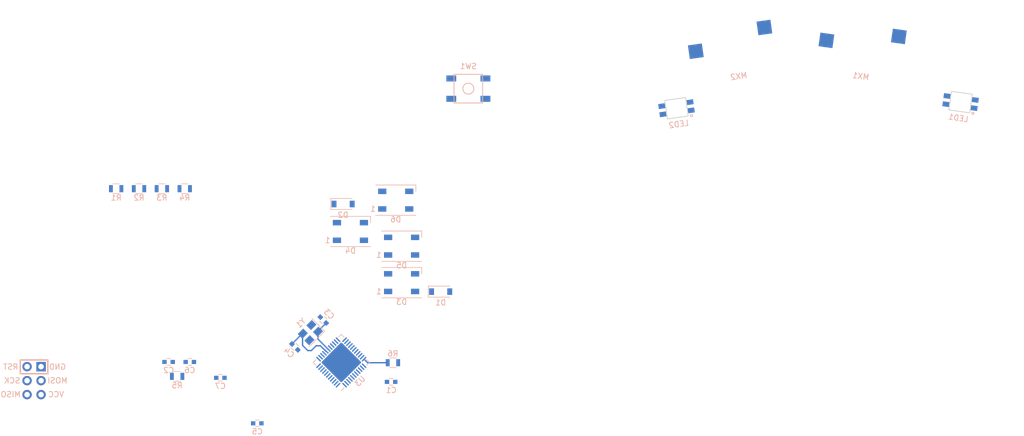
<source format=kicad_pcb>
(kicad_pcb (version 20171130) (host pcbnew "(5.1.5)-3")

  (general
    (thickness 1.6)
    (drawings 0)
    (tracks 15)
    (zones 0)
    (modules 27)
    (nets 55)
  )

  (page A4)
  (layers
    (0 F.Cu signal)
    (31 B.Cu signal)
    (32 B.Adhes user)
    (33 F.Adhes user)
    (34 B.Paste user)
    (35 F.Paste user)
    (36 B.SilkS user)
    (37 F.SilkS user)
    (38 B.Mask user)
    (39 F.Mask user)
    (40 Dwgs.User user)
    (41 Cmts.User user)
    (42 Eco1.User user)
    (43 Eco2.User user)
    (44 Edge.Cuts user)
    (45 Margin user)
    (46 B.CrtYd user)
    (47 F.CrtYd user)
    (48 B.Fab user)
    (49 F.Fab user)
  )

  (setup
    (last_trace_width 0.25)
    (trace_clearance 0.2)
    (zone_clearance 0.508)
    (zone_45_only no)
    (trace_min 0.2)
    (via_size 0.8)
    (via_drill 0.4)
    (via_min_size 0.4)
    (via_min_drill 0.3)
    (uvia_size 0.3)
    (uvia_drill 0.1)
    (uvias_allowed no)
    (uvia_min_size 0.2)
    (uvia_min_drill 0.1)
    (edge_width 0.05)
    (segment_width 0.2)
    (pcb_text_width 0.3)
    (pcb_text_size 1.5 1.5)
    (mod_edge_width 0.12)
    (mod_text_size 1 1)
    (mod_text_width 0.15)
    (pad_size 3.9878 3.9878)
    (pad_drill 3.9878)
    (pad_to_mask_clearance 0.051)
    (solder_mask_min_width 0.25)
    (aux_axis_origin 0 0)
    (visible_elements 7FFFFFFF)
    (pcbplotparams
      (layerselection 0x010fc_ffffffff)
      (usegerberextensions false)
      (usegerberattributes false)
      (usegerberadvancedattributes false)
      (creategerberjobfile false)
      (excludeedgelayer true)
      (linewidth 0.100000)
      (plotframeref false)
      (viasonmask false)
      (mode 1)
      (useauxorigin false)
      (hpglpennumber 1)
      (hpglpenspeed 20)
      (hpglpendiameter 15.000000)
      (psnegative false)
      (psa4output false)
      (plotreference true)
      (plotvalue true)
      (plotinvisibletext false)
      (padsonsilk false)
      (subtractmaskfromsilk false)
      (outputformat 1)
      (mirror false)
      (drillshape 1)
      (scaleselection 1)
      (outputdirectory ""))
  )

  (net 0 "")
  (net 1 Col0)
  (net 2 "Net-(D1-Pad2)")
  (net 3 "Net-(D2-Pad2)")
  (net 4 Col1)
  (net 5 Row0)
  (net 6 GND)
  (net 7 "Net-(D3-Pad2)")
  (net 8 "Net-(D3-Pad4)")
  (net 9 +5V)
  (net 10 "Net-(D4-Pad2)")
  (net 11 "Net-(LED1-Pad2)")
  (net 12 "Net-(LED1-Pad4)")
  (net 13 "Net-(LED1-Pad3)")
  (net 14 ColLed0)
  (net 15 ColLed1)
  (net 16 GroundRGB)
  (net 17 RowLed0)
  (net 18 RowLed1)
  (net 19 RowLed2)
  (net 20 "Net-(D5-Pad2)")
  (net 21 "Net-(U3-Pad42)")
  (net 22 "Net-(U3-Pad41)")
  (net 23 "Net-(U3-Pad40)")
  (net 24 "Net-(U3-Pad39)")
  (net 25 "Net-(U3-Pad38)")
  (net 26 "Net-(U3-Pad37)")
  (net 27 "Net-(U3-Pad36)")
  (net 28 "Net-(R6-Pad2)")
  (net 29 "Net-(U3-Pad32)")
  (net 30 "Net-(U3-Pad31)")
  (net 31 "Net-(U3-Pad30)")
  (net 32 "Net-(U3-Pad29)")
  (net 33 "Net-(U3-Pad28)")
  (net 34 "Net-(U3-Pad27)")
  (net 35 "Net-(U3-Pad26)")
  (net 36 "Net-(U3-Pad25)")
  (net 37 "Net-(U3-Pad22)")
  (net 38 "Net-(U3-Pad21)")
  (net 39 "Net-(U3-Pad20)")
  (net 40 "Net-(U3-Pad19)")
  (net 41 "Net-(U3-Pad18)")
  (net 42 "Net-(C3-Pad1)")
  (net 43 "Net-(C4-Pad1)")
  (net 44 "Net-(U3-Pad12)")
  (net 45 "Net-(U3-Pad11)")
  (net 46 "Net-(C7-Pad1)")
  (net 47 "Net-(U3-Pad4)")
  (net 48 "Net-(U3-Pad3)")
  (net 49 "Net-(U3-Pad1)")
  (net 50 RST)
  (net 51 /MOSI)
  (net 52 /SCK)
  (net 53 /MISO)
  (net 54 "Net-(D6-Pad2)")

  (net_class Default "This is the default net class."
    (clearance 0.2)
    (trace_width 0.25)
    (via_dia 0.8)
    (via_drill 0.4)
    (uvia_dia 0.3)
    (uvia_drill 0.1)
    (add_net /MISO)
    (add_net /MOSI)
    (add_net /SCK)
    (add_net Col0)
    (add_net Col1)
    (add_net ColLed0)
    (add_net ColLed1)
    (add_net GND)
    (add_net GroundRGB)
    (add_net "Net-(C3-Pad1)")
    (add_net "Net-(C4-Pad1)")
    (add_net "Net-(C7-Pad1)")
    (add_net "Net-(D1-Pad2)")
    (add_net "Net-(D2-Pad2)")
    (add_net "Net-(D3-Pad2)")
    (add_net "Net-(D3-Pad4)")
    (add_net "Net-(D4-Pad2)")
    (add_net "Net-(D5-Pad2)")
    (add_net "Net-(D6-Pad2)")
    (add_net "Net-(LED1-Pad2)")
    (add_net "Net-(LED1-Pad3)")
    (add_net "Net-(LED1-Pad4)")
    (add_net "Net-(R6-Pad2)")
    (add_net "Net-(U3-Pad1)")
    (add_net "Net-(U3-Pad11)")
    (add_net "Net-(U3-Pad12)")
    (add_net "Net-(U3-Pad18)")
    (add_net "Net-(U3-Pad19)")
    (add_net "Net-(U3-Pad20)")
    (add_net "Net-(U3-Pad21)")
    (add_net "Net-(U3-Pad22)")
    (add_net "Net-(U3-Pad25)")
    (add_net "Net-(U3-Pad26)")
    (add_net "Net-(U3-Pad27)")
    (add_net "Net-(U3-Pad28)")
    (add_net "Net-(U3-Pad29)")
    (add_net "Net-(U3-Pad3)")
    (add_net "Net-(U3-Pad30)")
    (add_net "Net-(U3-Pad31)")
    (add_net "Net-(U3-Pad32)")
    (add_net "Net-(U3-Pad36)")
    (add_net "Net-(U3-Pad37)")
    (add_net "Net-(U3-Pad38)")
    (add_net "Net-(U3-Pad39)")
    (add_net "Net-(U3-Pad4)")
    (add_net "Net-(U3-Pad40)")
    (add_net "Net-(U3-Pad41)")
    (add_net "Net-(U3-Pad42)")
    (add_net RST)
    (add_net Row0)
    (add_net RowLed0)
    (add_net RowLed1)
    (add_net RowLed2)
  )

  (net_class Power ""
    (clearance 0.2)
    (trace_width 0.38)
    (via_dia 0.8)
    (via_drill 0.4)
    (uvia_dia 0.3)
    (uvia_drill 0.1)
    (add_net +5V)
  )

  (module Package_DFN_QFN:QFN-44-1EP_7x7mm_P0.5mm_EP5.2x5.2mm (layer B.Cu) (tedit 5C26A111) (tstamp 5F68899B)
    (at 105.6386 194.9196 45)
    (descr "QFN, 44 Pin (http://ww1.microchip.com/downloads/en/DeviceDoc/2512S.pdf#page=17), generated with kicad-footprint-generator ipc_dfn_qfn_generator.py")
    (tags "QFN DFN_QFN")
    (path /5F6985EC)
    (attr smd)
    (fp_text reference U3 (at 0 4.82 45) (layer B.SilkS)
      (effects (font (size 1 1) (thickness 0.15)) (justify mirror))
    )
    (fp_text value ATmega32U4-MU (at 0 -4.82 45) (layer B.Fab)
      (effects (font (size 1 1) (thickness 0.15)) (justify mirror))
    )
    (fp_text user %R (at 0 0 45) (layer B.Fab)
      (effects (font (size 1 1) (thickness 0.15)) (justify mirror))
    )
    (fp_line (start 4.12 4.12) (end -4.12 4.12) (layer B.CrtYd) (width 0.05))
    (fp_line (start 4.12 -4.12) (end 4.12 4.12) (layer B.CrtYd) (width 0.05))
    (fp_line (start -4.12 -4.12) (end 4.12 -4.12) (layer B.CrtYd) (width 0.05))
    (fp_line (start -4.12 4.12) (end -4.12 -4.12) (layer B.CrtYd) (width 0.05))
    (fp_line (start -3.5 2.5) (end -2.5 3.5) (layer B.Fab) (width 0.1))
    (fp_line (start -3.5 -3.5) (end -3.5 2.5) (layer B.Fab) (width 0.1))
    (fp_line (start 3.5 -3.5) (end -3.5 -3.5) (layer B.Fab) (width 0.1))
    (fp_line (start 3.5 3.5) (end 3.5 -3.5) (layer B.Fab) (width 0.1))
    (fp_line (start -2.5 3.5) (end 3.5 3.5) (layer B.Fab) (width 0.1))
    (fp_line (start -2.885 3.61) (end -3.61 3.61) (layer B.SilkS) (width 0.12))
    (fp_line (start 3.61 -3.61) (end 3.61 -2.885) (layer B.SilkS) (width 0.12))
    (fp_line (start 2.885 -3.61) (end 3.61 -3.61) (layer B.SilkS) (width 0.12))
    (fp_line (start -3.61 -3.61) (end -3.61 -2.885) (layer B.SilkS) (width 0.12))
    (fp_line (start -2.885 -3.61) (end -3.61 -3.61) (layer B.SilkS) (width 0.12))
    (fp_line (start 3.61 3.61) (end 3.61 2.885) (layer B.SilkS) (width 0.12))
    (fp_line (start 2.885 3.61) (end 3.61 3.61) (layer B.SilkS) (width 0.12))
    (pad 44 smd roundrect (at -2.5 3.3375 45) (size 0.25 1.075) (layers B.Cu B.Paste B.Mask) (roundrect_rratio 0.25)
      (net 9 +5V))
    (pad 43 smd roundrect (at -2 3.3375 45) (size 0.25 1.075) (layers B.Cu B.Paste B.Mask) (roundrect_rratio 0.25)
      (net 6 GND))
    (pad 42 smd roundrect (at -1.5 3.3375 45) (size 0.25 1.075) (layers B.Cu B.Paste B.Mask) (roundrect_rratio 0.25)
      (net 21 "Net-(U3-Pad42)"))
    (pad 41 smd roundrect (at -1 3.3375 45) (size 0.25 1.075) (layers B.Cu B.Paste B.Mask) (roundrect_rratio 0.25)
      (net 22 "Net-(U3-Pad41)"))
    (pad 40 smd roundrect (at -0.5 3.3375 45) (size 0.25 1.075) (layers B.Cu B.Paste B.Mask) (roundrect_rratio 0.25)
      (net 23 "Net-(U3-Pad40)"))
    (pad 39 smd roundrect (at 0 3.3375 45) (size 0.25 1.075) (layers B.Cu B.Paste B.Mask) (roundrect_rratio 0.25)
      (net 24 "Net-(U3-Pad39)"))
    (pad 38 smd roundrect (at 0.5 3.3375 45) (size 0.25 1.075) (layers B.Cu B.Paste B.Mask) (roundrect_rratio 0.25)
      (net 25 "Net-(U3-Pad38)"))
    (pad 37 smd roundrect (at 1 3.3375 45) (size 0.25 1.075) (layers B.Cu B.Paste B.Mask) (roundrect_rratio 0.25)
      (net 26 "Net-(U3-Pad37)"))
    (pad 36 smd roundrect (at 1.5 3.3375 45) (size 0.25 1.075) (layers B.Cu B.Paste B.Mask) (roundrect_rratio 0.25)
      (net 27 "Net-(U3-Pad36)"))
    (pad 35 smd roundrect (at 2 3.3375 45) (size 0.25 1.075) (layers B.Cu B.Paste B.Mask) (roundrect_rratio 0.25)
      (net 6 GND))
    (pad 34 smd roundrect (at 2.5 3.3375 45) (size 0.25 1.075) (layers B.Cu B.Paste B.Mask) (roundrect_rratio 0.25)
      (net 9 +5V))
    (pad 33 smd roundrect (at 3.3375 2.5 45) (size 1.075 0.25) (layers B.Cu B.Paste B.Mask) (roundrect_rratio 0.25)
      (net 28 "Net-(R6-Pad2)"))
    (pad 32 smd roundrect (at 3.3375 2 45) (size 1.075 0.25) (layers B.Cu B.Paste B.Mask) (roundrect_rratio 0.25)
      (net 29 "Net-(U3-Pad32)"))
    (pad 31 smd roundrect (at 3.3375 1.5 45) (size 1.075 0.25) (layers B.Cu B.Paste B.Mask) (roundrect_rratio 0.25)
      (net 30 "Net-(U3-Pad31)"))
    (pad 30 smd roundrect (at 3.3375 1 45) (size 1.075 0.25) (layers B.Cu B.Paste B.Mask) (roundrect_rratio 0.25)
      (net 31 "Net-(U3-Pad30)"))
    (pad 29 smd roundrect (at 3.3375 0.5 45) (size 1.075 0.25) (layers B.Cu B.Paste B.Mask) (roundrect_rratio 0.25)
      (net 32 "Net-(U3-Pad29)"))
    (pad 28 smd roundrect (at 3.3375 0 45) (size 1.075 0.25) (layers B.Cu B.Paste B.Mask) (roundrect_rratio 0.25)
      (net 33 "Net-(U3-Pad28)"))
    (pad 27 smd roundrect (at 3.3375 -0.5 45) (size 1.075 0.25) (layers B.Cu B.Paste B.Mask) (roundrect_rratio 0.25)
      (net 34 "Net-(U3-Pad27)"))
    (pad 26 smd roundrect (at 3.3375 -1 45) (size 1.075 0.25) (layers B.Cu B.Paste B.Mask) (roundrect_rratio 0.25)
      (net 35 "Net-(U3-Pad26)"))
    (pad 25 smd roundrect (at 3.3375 -1.5 45) (size 1.075 0.25) (layers B.Cu B.Paste B.Mask) (roundrect_rratio 0.25)
      (net 36 "Net-(U3-Pad25)"))
    (pad 24 smd roundrect (at 3.3375 -2 45) (size 1.075 0.25) (layers B.Cu B.Paste B.Mask) (roundrect_rratio 0.25)
      (net 9 +5V))
    (pad 23 smd roundrect (at 3.3375 -2.5 45) (size 1.075 0.25) (layers B.Cu B.Paste B.Mask) (roundrect_rratio 0.25)
      (net 6 GND))
    (pad 22 smd roundrect (at 2.5 -3.3375 45) (size 0.25 1.075) (layers B.Cu B.Paste B.Mask) (roundrect_rratio 0.25)
      (net 37 "Net-(U3-Pad22)"))
    (pad 21 smd roundrect (at 2 -3.3375 45) (size 0.25 1.075) (layers B.Cu B.Paste B.Mask) (roundrect_rratio 0.25)
      (net 38 "Net-(U3-Pad21)"))
    (pad 20 smd roundrect (at 1.5 -3.3375 45) (size 0.25 1.075) (layers B.Cu B.Paste B.Mask) (roundrect_rratio 0.25)
      (net 39 "Net-(U3-Pad20)"))
    (pad 19 smd roundrect (at 1 -3.3375 45) (size 0.25 1.075) (layers B.Cu B.Paste B.Mask) (roundrect_rratio 0.25)
      (net 40 "Net-(U3-Pad19)"))
    (pad 18 smd roundrect (at 0.5 -3.3375 45) (size 0.25 1.075) (layers B.Cu B.Paste B.Mask) (roundrect_rratio 0.25)
      (net 41 "Net-(U3-Pad18)"))
    (pad 17 smd roundrect (at 0 -3.3375 45) (size 0.25 1.075) (layers B.Cu B.Paste B.Mask) (roundrect_rratio 0.25)
      (net 42 "Net-(C3-Pad1)"))
    (pad 16 smd roundrect (at -0.5 -3.3375 45) (size 0.25 1.075) (layers B.Cu B.Paste B.Mask) (roundrect_rratio 0.25)
      (net 43 "Net-(C4-Pad1)"))
    (pad 15 smd roundrect (at -1 -3.3375 45) (size 0.25 1.075) (layers B.Cu B.Paste B.Mask) (roundrect_rratio 0.25)
      (net 6 GND))
    (pad 14 smd roundrect (at -1.5 -3.3375 45) (size 0.25 1.075) (layers B.Cu B.Paste B.Mask) (roundrect_rratio 0.25)
      (net 9 +5V))
    (pad 13 smd roundrect (at -2 -3.3375 45) (size 0.25 1.075) (layers B.Cu B.Paste B.Mask) (roundrect_rratio 0.25)
      (net 50 RST))
    (pad 12 smd roundrect (at -2.5 -3.3375 45) (size 0.25 1.075) (layers B.Cu B.Paste B.Mask) (roundrect_rratio 0.25)
      (net 44 "Net-(U3-Pad12)"))
    (pad 11 smd roundrect (at -3.3375 -2.5 45) (size 1.075 0.25) (layers B.Cu B.Paste B.Mask) (roundrect_rratio 0.25)
      (net 45 "Net-(U3-Pad11)"))
    (pad 10 smd roundrect (at -3.3375 -2 45) (size 1.075 0.25) (layers B.Cu B.Paste B.Mask) (roundrect_rratio 0.25)
      (net 53 /MISO))
    (pad 9 smd roundrect (at -3.3375 -1.5 45) (size 1.075 0.25) (layers B.Cu B.Paste B.Mask) (roundrect_rratio 0.25)
      (net 51 /MOSI))
    (pad 8 smd roundrect (at -3.3375 -1 45) (size 1.075 0.25) (layers B.Cu B.Paste B.Mask) (roundrect_rratio 0.25)
      (net 52 /SCK))
    (pad 7 smd roundrect (at -3.3375 -0.5 45) (size 1.075 0.25) (layers B.Cu B.Paste B.Mask) (roundrect_rratio 0.25)
      (net 9 +5V))
    (pad 6 smd roundrect (at -3.3375 0 45) (size 1.075 0.25) (layers B.Cu B.Paste B.Mask) (roundrect_rratio 0.25)
      (net 46 "Net-(C7-Pad1)"))
    (pad 5 smd roundrect (at -3.3375 0.5 45) (size 1.075 0.25) (layers B.Cu B.Paste B.Mask) (roundrect_rratio 0.25)
      (net 6 GND))
    (pad 4 smd roundrect (at -3.3375 1 45) (size 1.075 0.25) (layers B.Cu B.Paste B.Mask) (roundrect_rratio 0.25)
      (net 47 "Net-(U3-Pad4)"))
    (pad 3 smd roundrect (at -3.3375 1.5 45) (size 1.075 0.25) (layers B.Cu B.Paste B.Mask) (roundrect_rratio 0.25)
      (net 48 "Net-(U3-Pad3)"))
    (pad 2 smd roundrect (at -3.3375 2 45) (size 1.075 0.25) (layers B.Cu B.Paste B.Mask) (roundrect_rratio 0.25)
      (net 9 +5V))
    (pad 1 smd roundrect (at -3.3375 2.5 45) (size 1.075 0.25) (layers B.Cu B.Paste B.Mask) (roundrect_rratio 0.25)
      (net 49 "Net-(U3-Pad1)"))
    (pad "" smd roundrect (at 1.95 -1.95 45) (size 1.05 1.05) (layers B.Paste) (roundrect_rratio 0.238095))
    (pad "" smd roundrect (at 1.95 -0.65 45) (size 1.05 1.05) (layers B.Paste) (roundrect_rratio 0.238095))
    (pad "" smd roundrect (at 1.95 0.65 45) (size 1.05 1.05) (layers B.Paste) (roundrect_rratio 0.238095))
    (pad "" smd roundrect (at 1.95 1.95 45) (size 1.05 1.05) (layers B.Paste) (roundrect_rratio 0.238095))
    (pad "" smd roundrect (at 0.65 -1.95 45) (size 1.05 1.05) (layers B.Paste) (roundrect_rratio 0.238095))
    (pad "" smd roundrect (at 0.65 -0.65 45) (size 1.05 1.05) (layers B.Paste) (roundrect_rratio 0.238095))
    (pad "" smd roundrect (at 0.65 0.65 45) (size 1.05 1.05) (layers B.Paste) (roundrect_rratio 0.238095))
    (pad "" smd roundrect (at 0.65 1.95 45) (size 1.05 1.05) (layers B.Paste) (roundrect_rratio 0.238095))
    (pad "" smd roundrect (at -0.65 -1.95 45) (size 1.05 1.05) (layers B.Paste) (roundrect_rratio 0.238095))
    (pad "" smd roundrect (at -0.65 -0.65 45) (size 1.05 1.05) (layers B.Paste) (roundrect_rratio 0.238095))
    (pad "" smd roundrect (at -0.65 0.65 45) (size 1.05 1.05) (layers B.Paste) (roundrect_rratio 0.238095))
    (pad "" smd roundrect (at -0.65 1.95 45) (size 1.05 1.05) (layers B.Paste) (roundrect_rratio 0.238095))
    (pad "" smd roundrect (at -1.95 -1.95 45) (size 1.05 1.05) (layers B.Paste) (roundrect_rratio 0.238095))
    (pad "" smd roundrect (at -1.95 -0.65 45) (size 1.05 1.05) (layers B.Paste) (roundrect_rratio 0.238095))
    (pad "" smd roundrect (at -1.95 0.65 45) (size 1.05 1.05) (layers B.Paste) (roundrect_rratio 0.238095))
    (pad "" smd roundrect (at -1.95 1.95 45) (size 1.05 1.05) (layers B.Paste) (roundrect_rratio 0.238095))
    (pad 45 smd roundrect (at 0 0 45) (size 5.2 5.2) (layers B.Cu B.Mask) (roundrect_rratio 0.048077)
      (net 6 GND))
    (model ${KISYS3DMOD}/Package_DFN_QFN.3dshapes/QFN-44-1EP_7x7mm_P0.5mm_EP5.2x5.2mm.wrl
      (at (xyz 0 0 0))
      (scale (xyz 1 1 1))
      (rotate (xyz 0 0 0))
    )
  )

  (module random-keyboard-parts:C_0603 (layer B.Cu) (tedit 5ECFFBA8) (tstamp 5F68E608)
    (at 114.681 198.4502)
    (descr "Capacitor SMD 0603, reflow soldering, AVX (see smccp.pdf)")
    (tags "capacitor 0603")
    (path /5F6B5CD6)
    (attr smd)
    (fp_text reference C1 (at 0 1.5) (layer B.SilkS)
      (effects (font (size 1 1) (thickness 0.15)) (justify mirror))
    )
    (fp_text value "10uF 0603" (at 0 -1.5) (layer B.Fab)
      (effects (font (size 1 1) (thickness 0.15)) (justify mirror))
    )
    (fp_line (start 1.4 -0.65) (end -1.4 -0.65) (layer B.CrtYd) (width 0.05))
    (fp_line (start 1.4 -0.65) (end 1.4 0.65) (layer B.CrtYd) (width 0.05))
    (fp_line (start -1.4 0.65) (end -1.4 -0.65) (layer B.CrtYd) (width 0.05))
    (fp_line (start -1.4 0.65) (end 1.4 0.65) (layer B.CrtYd) (width 0.05))
    (fp_line (start 0.35 -0.6) (end -0.35 -0.6) (layer B.SilkS) (width 0.12))
    (fp_line (start -0.35 0.6) (end 0.35 0.6) (layer B.SilkS) (width 0.12))
    (fp_line (start -0.8 0.4) (end 0.8 0.4) (layer B.Fab) (width 0.1))
    (fp_line (start 0.8 0.4) (end 0.8 -0.4) (layer B.Fab) (width 0.1))
    (fp_line (start 0.8 -0.4) (end -0.8 -0.4) (layer B.Fab) (width 0.1))
    (fp_line (start -0.8 -0.4) (end -0.8 0.4) (layer B.Fab) (width 0.1))
    (fp_text user %R (at 0 0) (layer B.Fab)
      (effects (font (size 0.3 0.3) (thickness 0.075)) (justify mirror))
    )
    (pad 2 smd rect (at 0.75 0) (size 0.8 0.75) (layers B.Cu B.Paste B.Mask)
      (net 6 GND))
    (pad 1 smd rect (at -0.75 0) (size 0.8 0.75) (layers B.Cu B.Paste B.Mask)
      (net 9 +5V))
    (model Capacitors_SMD.3dshapes/C_0603.wrl
      (at (xyz 0 0 0))
      (scale (xyz 1 1 1))
      (rotate (xyz 0 0 0))
    )
  )

  (module random-keyboard-parts:C_0603 (layer B.Cu) (tedit 5ECFFBA8) (tstamp 5F68E62A)
    (at 102.362 187.2234 135)
    (descr "Capacitor SMD 0603, reflow soldering, AVX (see smccp.pdf)")
    (tags "capacitor 0603")
    (path /5F6C87C9)
    (attr smd)
    (fp_text reference C3 (at 0 1.5 135) (layer B.SilkS)
      (effects (font (size 1 1) (thickness 0.15)) (justify mirror))
    )
    (fp_text value 22pF (at 0 -1.5 135) (layer B.Fab)
      (effects (font (size 1 1) (thickness 0.15)) (justify mirror))
    )
    (fp_line (start 1.4 -0.65) (end -1.4 -0.65) (layer B.CrtYd) (width 0.05))
    (fp_line (start 1.4 -0.65) (end 1.4 0.65) (layer B.CrtYd) (width 0.05))
    (fp_line (start -1.4 0.65) (end -1.4 -0.65) (layer B.CrtYd) (width 0.05))
    (fp_line (start -1.4 0.65) (end 1.4 0.65) (layer B.CrtYd) (width 0.05))
    (fp_line (start 0.35 -0.6) (end -0.35 -0.6) (layer B.SilkS) (width 0.12))
    (fp_line (start -0.35 0.6) (end 0.35 0.6) (layer B.SilkS) (width 0.12))
    (fp_line (start -0.8 0.4) (end 0.8 0.4) (layer B.Fab) (width 0.1))
    (fp_line (start 0.8 0.4) (end 0.8 -0.4) (layer B.Fab) (width 0.1))
    (fp_line (start 0.8 -0.4) (end -0.8 -0.4) (layer B.Fab) (width 0.1))
    (fp_line (start -0.8 -0.4) (end -0.8 0.4) (layer B.Fab) (width 0.1))
    (fp_text user %R (at 0 0 135) (layer B.Fab)
      (effects (font (size 0.3 0.3) (thickness 0.075)) (justify mirror))
    )
    (pad 2 smd rect (at 0.75 0 135) (size 0.8 0.75) (layers B.Cu B.Paste B.Mask)
      (net 6 GND))
    (pad 1 smd rect (at -0.75 0 135) (size 0.8 0.75) (layers B.Cu B.Paste B.Mask)
      (net 42 "Net-(C3-Pad1)"))
    (model Capacitors_SMD.3dshapes/C_0603.wrl
      (at (xyz 0 0 0))
      (scale (xyz 1 1 1))
      (rotate (xyz 0 0 0))
    )
  )

  (module random-keyboard-parts:Crystal_SMD_3225-4Pin_3.2x2.5mm (layer B.Cu) (tedit 5A0FD1B2) (tstamp 5F68E9A0)
    (at 100.0252 189.5094 225)
    (descr "SMD Crystal SERIES SMD3225/4 http://www.txccrystal.com/images/pdf/7m-accuracy.pdf, 3.2x2.5mm^2 package")
    (tags "SMD SMT crystal")
    (path /5F6C4369)
    (attr smd)
    (fp_text reference Y1 (at 0 2.45 225) (layer B.SilkS)
      (effects (font (size 1 1) (thickness 0.15)) (justify mirror))
    )
    (fp_text value Crystal_GND24 (at 0 -2.45 225) (layer B.Fab)
      (effects (font (size 1 1) (thickness 0.15)) (justify mirror))
    )
    (fp_line (start 2.1 1.7) (end -2.1 1.7) (layer B.CrtYd) (width 0.05))
    (fp_line (start 2.1 -1.7) (end 2.1 1.7) (layer B.CrtYd) (width 0.05))
    (fp_line (start -2.1 -1.7) (end 2.1 -1.7) (layer B.CrtYd) (width 0.05))
    (fp_line (start -2.1 1.7) (end -2.1 -1.7) (layer B.CrtYd) (width 0.05))
    (fp_line (start -2 -1.65) (end 2 -1.65) (layer B.SilkS) (width 0.12))
    (fp_line (start -2 1.65) (end -2 -1.65) (layer B.SilkS) (width 0.12))
    (fp_line (start -1.6 -0.25) (end -0.6 -1.25) (layer B.Fab) (width 0.1))
    (fp_line (start 1.6 1.25) (end -1.6 1.25) (layer B.Fab) (width 0.1))
    (fp_line (start 1.6 -1.25) (end 1.6 1.25) (layer B.Fab) (width 0.1))
    (fp_line (start -1.6 -1.25) (end 1.6 -1.25) (layer B.Fab) (width 0.1))
    (fp_line (start -1.6 1.25) (end -1.6 -1.25) (layer B.Fab) (width 0.1))
    (fp_text user %R (at 0 0 225) (layer B.Fab)
      (effects (font (size 0.7 0.7) (thickness 0.105)) (justify mirror))
    )
    (pad 4 smd rect (at -1.1 0.85 225) (size 1.4 1.2) (layers B.Cu B.Paste B.Mask)
      (net 6 GND))
    (pad 3 smd rect (at 1.1 0.85 225) (size 1.4 1.2) (layers B.Cu B.Paste B.Mask)
      (net 43 "Net-(C4-Pad1)"))
    (pad 2 smd rect (at 1.1 -0.85 225) (size 1.4 1.2) (layers B.Cu B.Paste B.Mask)
      (net 6 GND))
    (pad 1 smd rect (at -1.1 -0.85 225) (size 1.4 1.2) (layers B.Cu B.Paste B.Mask)
      (net 42 "Net-(C3-Pad1)"))
    (model ${KISYS3DMOD}/Crystal.3dshapes/Crystal_SMD_3225-4Pin_3.2x2.5mm.wrl
      (at (xyz 0 0 0))
      (scale (xyz 1 1 1))
      (rotate (xyz 0 0 0))
    )
  )

  (module random-keyboard-parts:R_0805 (layer B.Cu) (tedit 5ECFFC16) (tstamp 5F690CF5)
    (at 115.0112 194.9704 180)
    (descr "Resistor SMD 0805, reflow soldering, Vishay (see dcrcw.pdf)")
    (tags "resistor 0805")
    (path /5F6A246C)
    (attr smd)
    (fp_text reference R6 (at 0 1.65) (layer B.SilkS)
      (effects (font (size 1 1) (thickness 0.15)) (justify mirror))
    )
    (fp_text value "1k 0805" (at 0 -1.75) (layer B.Fab)
      (effects (font (size 1 1) (thickness 0.15)) (justify mirror))
    )
    (fp_text user %R (at 0 0) (layer B.Fab)
      (effects (font (size 0.5 0.5) (thickness 0.075)) (justify mirror))
    )
    (fp_line (start -1 -0.62) (end -1 0.62) (layer B.Fab) (width 0.1))
    (fp_line (start 1 -0.62) (end -1 -0.62) (layer B.Fab) (width 0.1))
    (fp_line (start 1 0.62) (end 1 -0.62) (layer B.Fab) (width 0.1))
    (fp_line (start -1 0.62) (end 1 0.62) (layer B.Fab) (width 0.1))
    (fp_line (start 0.6 -0.88) (end -0.6 -0.88) (layer B.SilkS) (width 0.12))
    (fp_line (start -0.6 0.88) (end 0.6 0.88) (layer B.SilkS) (width 0.12))
    (fp_line (start -1.55 0.9) (end 1.55 0.9) (layer B.CrtYd) (width 0.05))
    (fp_line (start -1.55 0.9) (end -1.55 -0.9) (layer B.CrtYd) (width 0.05))
    (fp_line (start 1.55 -0.9) (end 1.55 0.9) (layer B.CrtYd) (width 0.05))
    (fp_line (start 1.55 -0.9) (end -1.55 -0.9) (layer B.CrtYd) (width 0.05))
    (pad 1 smd rect (at -0.95 0 180) (size 0.7 1.3) (layers B.Cu B.Paste B.Mask)
      (net 6 GND))
    (pad 2 smd rect (at 0.95 0 180) (size 0.7 1.3) (layers B.Cu B.Paste B.Mask)
      (net 28 "Net-(R6-Pad2)"))
    (model ${KISYS3DMOD}/Resistors_SMD.3dshapes/R_0805.wrl
      (at (xyz 0 0 0))
      (scale (xyz 1 1 1))
      (rotate (xyz 0 0 0))
    )
  )

  (module random-keyboard-parts:C_0603 (layer B.Cu) (tedit 5ECFFBA8) (tstamp 5F68E63B)
    (at 97.2058 192.1002 315)
    (descr "Capacitor SMD 0603, reflow soldering, AVX (see smccp.pdf)")
    (tags "capacitor 0603")
    (path /5F6C6EC2)
    (attr smd)
    (fp_text reference C4 (at 0 1.5 135) (layer B.SilkS)
      (effects (font (size 1 1) (thickness 0.15)) (justify mirror))
    )
    (fp_text value 22pF (at 0 -1.5 135) (layer B.Fab)
      (effects (font (size 1 1) (thickness 0.15)) (justify mirror))
    )
    (fp_line (start 1.4 -0.65) (end -1.4 -0.65) (layer B.CrtYd) (width 0.05))
    (fp_line (start 1.4 -0.65) (end 1.4 0.65) (layer B.CrtYd) (width 0.05))
    (fp_line (start -1.4 0.65) (end -1.4 -0.65) (layer B.CrtYd) (width 0.05))
    (fp_line (start -1.4 0.65) (end 1.4 0.65) (layer B.CrtYd) (width 0.05))
    (fp_line (start 0.35 -0.6) (end -0.35 -0.6) (layer B.SilkS) (width 0.12))
    (fp_line (start -0.35 0.6) (end 0.35 0.6) (layer B.SilkS) (width 0.12))
    (fp_line (start -0.8 0.4) (end 0.8 0.4) (layer B.Fab) (width 0.1))
    (fp_line (start 0.8 0.4) (end 0.8 -0.4) (layer B.Fab) (width 0.1))
    (fp_line (start 0.8 -0.4) (end -0.8 -0.4) (layer B.Fab) (width 0.1))
    (fp_line (start -0.8 -0.4) (end -0.8 0.4) (layer B.Fab) (width 0.1))
    (fp_text user %R (at 0 0 135) (layer B.Fab)
      (effects (font (size 0.3 0.3) (thickness 0.075)) (justify mirror))
    )
    (pad 2 smd rect (at 0.75 0 315) (size 0.8 0.75) (layers B.Cu B.Paste B.Mask)
      (net 6 GND))
    (pad 1 smd rect (at -0.75 0 315) (size 0.8 0.75) (layers B.Cu B.Paste B.Mask)
      (net 43 "Net-(C4-Pad1)"))
    (model Capacitors_SMD.3dshapes/C_0603.wrl
      (at (xyz 0 0 0))
      (scale (xyz 1 1 1))
      (rotate (xyz 0 0 0))
    )
  )

  (module LED_SMD:LED_WS2812B_PLCC4_5.0x5.0mm_P3.2mm (layer B.Cu) (tedit 5AA4B285) (tstamp 5F68FFB8)
    (at 115.5192 165.4556)
    (descr https://cdn-shop.adafruit.com/datasheets/WS2812B.pdf)
    (tags "LED RGB NeoPixel")
    (path /5F761AC6)
    (attr smd)
    (fp_text reference D6 (at 0 3.5) (layer B.SilkS)
      (effects (font (size 1 1) (thickness 0.15)) (justify mirror))
    )
    (fp_text value WS2812B (at 0 -4) (layer B.Fab)
      (effects (font (size 1 1) (thickness 0.15)) (justify mirror))
    )
    (fp_circle (center 0 0) (end 0 2) (layer B.Fab) (width 0.1))
    (fp_line (start 3.65 -2.75) (end 3.65 -1.6) (layer B.SilkS) (width 0.12))
    (fp_line (start -3.65 -2.75) (end 3.65 -2.75) (layer B.SilkS) (width 0.12))
    (fp_line (start -3.65 2.75) (end 3.65 2.75) (layer B.SilkS) (width 0.12))
    (fp_line (start 2.5 2.5) (end -2.5 2.5) (layer B.Fab) (width 0.1))
    (fp_line (start 2.5 -2.5) (end 2.5 2.5) (layer B.Fab) (width 0.1))
    (fp_line (start -2.5 -2.5) (end 2.5 -2.5) (layer B.Fab) (width 0.1))
    (fp_line (start -2.5 2.5) (end -2.5 -2.5) (layer B.Fab) (width 0.1))
    (fp_line (start 2.5 -1.5) (end 1.5 -2.5) (layer B.Fab) (width 0.1))
    (fp_line (start -3.45 2.75) (end -3.45 -2.75) (layer B.CrtYd) (width 0.05))
    (fp_line (start -3.45 -2.75) (end 3.45 -2.75) (layer B.CrtYd) (width 0.05))
    (fp_line (start 3.45 -2.75) (end 3.45 2.75) (layer B.CrtYd) (width 0.05))
    (fp_line (start 3.45 2.75) (end -3.45 2.75) (layer B.CrtYd) (width 0.05))
    (fp_text user %R (at 0 0) (layer B.Fab)
      (effects (font (size 0.8 0.8) (thickness 0.15)) (justify mirror))
    )
    (fp_text user 1 (at -4.15 1.6) (layer B.SilkS)
      (effects (font (size 1 1) (thickness 0.15)) (justify mirror))
    )
    (pad 1 smd rect (at -2.45 1.6) (size 1.5 1) (layers B.Cu B.Paste B.Mask)
      (net 6 GND))
    (pad 2 smd rect (at -2.45 -1.6) (size 1.5 1) (layers B.Cu B.Paste B.Mask)
      (net 54 "Net-(D6-Pad2)"))
    (pad 4 smd rect (at 2.45 1.6) (size 1.5 1) (layers B.Cu B.Paste B.Mask)
      (net 20 "Net-(D5-Pad2)"))
    (pad 3 smd rect (at 2.45 -1.6) (size 1.5 1) (layers B.Cu B.Paste B.Mask)
      (net 9 +5V))
    (model ${KISYS3DMOD}/LED_SMD.3dshapes/LED_WS2812B_PLCC4_5.0x5.0mm_P3.2mm.wrl
      (at (xyz 0 0 0))
      (scale (xyz 1 1 1))
      (rotate (xyz 0 0 0))
    )
  )

  (module random-keyboard-parts:Reset_Pretty (layer B.Cu) (tedit 5C42C5BD) (tstamp 5F690D89)
    (at 49.8602 198.2216)
    (path /5F6DC8B2)
    (attr virtual)
    (fp_text reference U2 (at 0 -6) (layer Dwgs.User)
      (effects (font (size 1 1) (thickness 0.15)))
    )
    (fp_text value STF202-22T1G (at 0 6) (layer Dwgs.User)
      (effects (font (size 1 1) (thickness 0.15)))
    )
    (fp_text user MISO (at -4.25 2.5) (layer B.SilkS)
      (effects (font (size 1 1) (thickness 0.15)) (justify mirror))
    )
    (fp_text user VCC (at 4 2.5) (layer B.SilkS)
      (effects (font (size 1 1) (thickness 0.15)) (justify mirror))
    )
    (fp_text user SCK (at -4 0) (layer B.SilkS)
      (effects (font (size 1 1) (thickness 0.15)) (justify mirror))
    )
    (fp_text user MOSI (at 4.25 0) (layer B.SilkS)
      (effects (font (size 1 1) (thickness 0.15)) (justify mirror))
    )
    (fp_text user RST (at -4.25 -2.5) (layer B.SilkS)
      (effects (font (size 1 1) (thickness 0.15)) (justify mirror))
    )
    (fp_text user GND (at 4.25 -2.5) (layer B.SilkS)
      (effects (font (size 1 1) (thickness 0.15)) (justify mirror))
    )
    (fp_line (start -2.5 -1.25) (end 2.5 -1.25) (layer B.SilkS) (width 0.25))
    (fp_line (start 2.5 -1.25) (end 2.5 -3.75) (layer B.SilkS) (width 0.25))
    (fp_line (start 2.5 -3.75) (end -2.5 -3.75) (layer B.SilkS) (width 0.25))
    (fp_line (start -2.5 -3.75) (end -2.5 -1.25) (layer B.SilkS) (width 0.25))
    (pad 6 thru_hole rect (at 1.27 -2.54) (size 1.7 1.7) (drill 1) (layers *.Cu *.Mask)
      (net 6 GND))
    (pad 5 thru_hole circle (at -1.27 -2.54) (size 1.7 1.7) (drill 1) (layers *.Cu *.Mask)
      (net 50 RST))
    (pad 4 thru_hole circle (at 1.27 0) (size 1.7 1.7) (drill 1) (layers *.Cu *.Mask)
      (net 51 /MOSI))
    (pad 3 thru_hole circle (at -1.27 0) (size 1.7 1.7) (drill 1) (layers *.Cu *.Mask)
      (net 52 /SCK))
    (pad 2 thru_hole circle (at 1.27 2.54) (size 1.7 1.7) (drill 1) (layers *.Cu *.Mask)
      (net 9 +5V))
    (pad 1 thru_hole circle (at -1.27 2.54) (size 1.7 1.7) (drill 1) (layers *.Cu *.Mask)
      (net 53 /MISO))
  )

  (module random-keyboard-parts:SKQGADE010 (layer B.Cu) (tedit 5E62B37E) (tstamp 5F68E8D6)
    (at 128.7018 145.2118)
    (path /5F6E6669)
    (attr smd)
    (fp_text reference SW1 (at 0 -4.064) (layer B.SilkS)
      (effects (font (size 1 1) (thickness 0.15)) (justify mirror))
    )
    (fp_text value SW_Push (at 0 4.064) (layer B.Fab)
      (effects (font (size 1 1) (thickness 0.15)) (justify mirror))
    )
    (fp_line (start -2.6 2.6) (end 2.6 2.6) (layer B.SilkS) (width 0.15))
    (fp_line (start 2.6 2.6) (end 2.6 -2.6) (layer B.SilkS) (width 0.15))
    (fp_line (start 2.6 -2.6) (end -2.6 -2.6) (layer B.SilkS) (width 0.15))
    (fp_line (start -2.6 -2.6) (end -2.6 2.6) (layer B.SilkS) (width 0.15))
    (fp_circle (center 0 0) (end 1 0) (layer B.SilkS) (width 0.15))
    (fp_line (start -4.2 2.6) (end 4.2 2.6) (layer B.Fab) (width 0.15))
    (fp_line (start 4.2 2.6) (end 4.2 1.2) (layer B.Fab) (width 0.15))
    (fp_line (start 4.2 1.1) (end 2.6 1.1) (layer B.Fab) (width 0.15))
    (fp_line (start 2.6 1.1) (end 2.6 -1.1) (layer B.Fab) (width 0.15))
    (fp_line (start 2.6 -1.1) (end 4.2 -1.1) (layer B.Fab) (width 0.15))
    (fp_line (start 4.2 -1.1) (end 4.2 -2.6) (layer B.Fab) (width 0.15))
    (fp_line (start 4.2 -2.6) (end -4.2 -2.6) (layer B.Fab) (width 0.15))
    (fp_line (start -4.2 -2.6) (end -4.2 -1.1) (layer B.Fab) (width 0.15))
    (fp_line (start -4.2 -1.1) (end -2.6 -1.1) (layer B.Fab) (width 0.15))
    (fp_line (start -2.6 -1.1) (end -2.6 1.1) (layer B.Fab) (width 0.15))
    (fp_line (start -2.6 1.1) (end -4.2 1.1) (layer B.Fab) (width 0.15))
    (fp_line (start -4.2 1.1) (end -4.2 2.6) (layer B.Fab) (width 0.15))
    (fp_circle (center 0 0) (end 1 0) (layer B.Fab) (width 0.15))
    (fp_line (start -2.6 1.1) (end -1.1 2.6) (layer B.Fab) (width 0.15))
    (fp_line (start 2.6 1.1) (end 1.1 2.6) (layer B.Fab) (width 0.15))
    (fp_line (start 2.6 -1.1) (end 1.1 -2.6) (layer B.Fab) (width 0.15))
    (fp_line (start -2.6 -1.1) (end -1.1 -2.6) (layer B.Fab) (width 0.15))
    (pad 4 smd rect (at -3.1 -1.85) (size 1.8 1.1) (layers B.Cu B.Paste B.Mask))
    (pad 3 smd rect (at 3.1 1.85) (size 1.8 1.1) (layers B.Cu B.Paste B.Mask))
    (pad 2 smd rect (at -3.1 1.85) (size 1.8 1.1) (layers B.Cu B.Paste B.Mask)
      (net 50 RST))
    (pad 1 smd rect (at 3.1 -1.85) (size 1.8 1.1) (layers B.Cu B.Paste B.Mask)
      (net 6 GND))
    (model ${KISYS3DMOD}/Button_Switch_SMD.3dshapes/SW_SPST_TL3342.step
      (at (xyz 0 0 0))
      (scale (xyz 1 1 1))
      (rotate (xyz 0 0 0))
    )
  )

  (module random-keyboard-parts:R_0805 (layer B.Cu) (tedit 5ECFFC16) (tstamp 5F68E8A7)
    (at 75.8342 197.4486)
    (descr "Resistor SMD 0805, reflow soldering, Vishay (see dcrcw.pdf)")
    (tags "resistor 0805")
    (path /5F6E0928)
    (attr smd)
    (fp_text reference R5 (at 0 1.65) (layer B.SilkS)
      (effects (font (size 1 1) (thickness 0.15)) (justify mirror))
    )
    (fp_text value "10k 0805" (at 0 -1.75) (layer B.Fab)
      (effects (font (size 1 1) (thickness 0.15)) (justify mirror))
    )
    (fp_text user %R (at 0 0) (layer B.Fab)
      (effects (font (size 0.5 0.5) (thickness 0.075)) (justify mirror))
    )
    (fp_line (start -1 -0.62) (end -1 0.62) (layer B.Fab) (width 0.1))
    (fp_line (start 1 -0.62) (end -1 -0.62) (layer B.Fab) (width 0.1))
    (fp_line (start 1 0.62) (end 1 -0.62) (layer B.Fab) (width 0.1))
    (fp_line (start -1 0.62) (end 1 0.62) (layer B.Fab) (width 0.1))
    (fp_line (start 0.6 -0.88) (end -0.6 -0.88) (layer B.SilkS) (width 0.12))
    (fp_line (start -0.6 0.88) (end 0.6 0.88) (layer B.SilkS) (width 0.12))
    (fp_line (start -1.55 0.9) (end 1.55 0.9) (layer B.CrtYd) (width 0.05))
    (fp_line (start -1.55 0.9) (end -1.55 -0.9) (layer B.CrtYd) (width 0.05))
    (fp_line (start 1.55 -0.9) (end 1.55 0.9) (layer B.CrtYd) (width 0.05))
    (fp_line (start 1.55 -0.9) (end -1.55 -0.9) (layer B.CrtYd) (width 0.05))
    (pad 1 smd rect (at -0.95 0) (size 0.7 1.3) (layers B.Cu B.Paste B.Mask)
      (net 9 +5V))
    (pad 2 smd rect (at 0.95 0) (size 0.7 1.3) (layers B.Cu B.Paste B.Mask)
      (net 50 RST))
    (model ${KISYS3DMOD}/Resistors_SMD.3dshapes/R_0805.wrl
      (at (xyz 0 0 0))
      (scale (xyz 1 1 1))
      (rotate (xyz 0 0 0))
    )
  )

  (module random-keyboard-parts:C_0603 (layer B.Cu) (tedit 5ECFFBA8) (tstamp 5F68E66E)
    (at 83.6842 197.7136)
    (descr "Capacitor SMD 0603, reflow soldering, AVX (see smccp.pdf)")
    (tags "capacitor 0603")
    (path /5F6A9D64)
    (attr smd)
    (fp_text reference C7 (at 0 1.5) (layer B.SilkS)
      (effects (font (size 1 1) (thickness 0.15)) (justify mirror))
    )
    (fp_text value "1uF 0603" (at 0 -1.5) (layer B.Fab)
      (effects (font (size 1 1) (thickness 0.15)) (justify mirror))
    )
    (fp_line (start 1.4 -0.65) (end -1.4 -0.65) (layer B.CrtYd) (width 0.05))
    (fp_line (start 1.4 -0.65) (end 1.4 0.65) (layer B.CrtYd) (width 0.05))
    (fp_line (start -1.4 0.65) (end -1.4 -0.65) (layer B.CrtYd) (width 0.05))
    (fp_line (start -1.4 0.65) (end 1.4 0.65) (layer B.CrtYd) (width 0.05))
    (fp_line (start 0.35 -0.6) (end -0.35 -0.6) (layer B.SilkS) (width 0.12))
    (fp_line (start -0.35 0.6) (end 0.35 0.6) (layer B.SilkS) (width 0.12))
    (fp_line (start -0.8 0.4) (end 0.8 0.4) (layer B.Fab) (width 0.1))
    (fp_line (start 0.8 0.4) (end 0.8 -0.4) (layer B.Fab) (width 0.1))
    (fp_line (start 0.8 -0.4) (end -0.8 -0.4) (layer B.Fab) (width 0.1))
    (fp_line (start -0.8 -0.4) (end -0.8 0.4) (layer B.Fab) (width 0.1))
    (fp_text user %R (at 0 0) (layer B.Fab)
      (effects (font (size 0.3 0.3) (thickness 0.075)) (justify mirror))
    )
    (pad 2 smd rect (at 0.75 0) (size 0.8 0.75) (layers B.Cu B.Paste B.Mask)
      (net 6 GND))
    (pad 1 smd rect (at -0.75 0) (size 0.8 0.75) (layers B.Cu B.Paste B.Mask)
      (net 46 "Net-(C7-Pad1)"))
    (model Capacitors_SMD.3dshapes/C_0603.wrl
      (at (xyz 0 0 0))
      (scale (xyz 1 1 1))
      (rotate (xyz 0 0 0))
    )
  )

  (module random-keyboard-parts:C_0603 (layer B.Cu) (tedit 5ECFFBA8) (tstamp 5F68E65D)
    (at 78.1342 194.8336)
    (descr "Capacitor SMD 0603, reflow soldering, AVX (see smccp.pdf)")
    (tags "capacitor 0603")
    (path /5F6B3A27)
    (attr smd)
    (fp_text reference C6 (at 0 1.5) (layer B.SilkS)
      (effects (font (size 1 1) (thickness 0.15)) (justify mirror))
    )
    (fp_text value "0.1uF 0603" (at 0 -1.5) (layer B.Fab)
      (effects (font (size 1 1) (thickness 0.15)) (justify mirror))
    )
    (fp_line (start 1.4 -0.65) (end -1.4 -0.65) (layer B.CrtYd) (width 0.05))
    (fp_line (start 1.4 -0.65) (end 1.4 0.65) (layer B.CrtYd) (width 0.05))
    (fp_line (start -1.4 0.65) (end -1.4 -0.65) (layer B.CrtYd) (width 0.05))
    (fp_line (start -1.4 0.65) (end 1.4 0.65) (layer B.CrtYd) (width 0.05))
    (fp_line (start 0.35 -0.6) (end -0.35 -0.6) (layer B.SilkS) (width 0.12))
    (fp_line (start -0.35 0.6) (end 0.35 0.6) (layer B.SilkS) (width 0.12))
    (fp_line (start -0.8 0.4) (end 0.8 0.4) (layer B.Fab) (width 0.1))
    (fp_line (start 0.8 0.4) (end 0.8 -0.4) (layer B.Fab) (width 0.1))
    (fp_line (start 0.8 -0.4) (end -0.8 -0.4) (layer B.Fab) (width 0.1))
    (fp_line (start -0.8 -0.4) (end -0.8 0.4) (layer B.Fab) (width 0.1))
    (fp_text user %R (at 0 0) (layer B.Fab)
      (effects (font (size 0.3 0.3) (thickness 0.075)) (justify mirror))
    )
    (pad 2 smd rect (at 0.75 0) (size 0.8 0.75) (layers B.Cu B.Paste B.Mask)
      (net 6 GND))
    (pad 1 smd rect (at -0.75 0) (size 0.8 0.75) (layers B.Cu B.Paste B.Mask)
      (net 9 +5V))
    (model Capacitors_SMD.3dshapes/C_0603.wrl
      (at (xyz 0 0 0))
      (scale (xyz 1 1 1))
      (rotate (xyz 0 0 0))
    )
  )

  (module random-keyboard-parts:C_0603 (layer B.Cu) (tedit 5ECFFBA8) (tstamp 5F68E64C)
    (at 90.3842 205.9736)
    (descr "Capacitor SMD 0603, reflow soldering, AVX (see smccp.pdf)")
    (tags "capacitor 0603")
    (path /5F6B3A21)
    (attr smd)
    (fp_text reference C5 (at 0 1.5) (layer B.SilkS)
      (effects (font (size 1 1) (thickness 0.15)) (justify mirror))
    )
    (fp_text value "0.1uF 0603" (at 0 -1.5) (layer B.Fab)
      (effects (font (size 1 1) (thickness 0.15)) (justify mirror))
    )
    (fp_line (start 1.4 -0.65) (end -1.4 -0.65) (layer B.CrtYd) (width 0.05))
    (fp_line (start 1.4 -0.65) (end 1.4 0.65) (layer B.CrtYd) (width 0.05))
    (fp_line (start -1.4 0.65) (end -1.4 -0.65) (layer B.CrtYd) (width 0.05))
    (fp_line (start -1.4 0.65) (end 1.4 0.65) (layer B.CrtYd) (width 0.05))
    (fp_line (start 0.35 -0.6) (end -0.35 -0.6) (layer B.SilkS) (width 0.12))
    (fp_line (start -0.35 0.6) (end 0.35 0.6) (layer B.SilkS) (width 0.12))
    (fp_line (start -0.8 0.4) (end 0.8 0.4) (layer B.Fab) (width 0.1))
    (fp_line (start 0.8 0.4) (end 0.8 -0.4) (layer B.Fab) (width 0.1))
    (fp_line (start 0.8 -0.4) (end -0.8 -0.4) (layer B.Fab) (width 0.1))
    (fp_line (start -0.8 -0.4) (end -0.8 0.4) (layer B.Fab) (width 0.1))
    (fp_text user %R (at 0 0) (layer B.Fab)
      (effects (font (size 0.3 0.3) (thickness 0.075)) (justify mirror))
    )
    (pad 2 smd rect (at 0.75 0) (size 0.8 0.75) (layers B.Cu B.Paste B.Mask)
      (net 6 GND))
    (pad 1 smd rect (at -0.75 0) (size 0.8 0.75) (layers B.Cu B.Paste B.Mask)
      (net 9 +5V))
    (model Capacitors_SMD.3dshapes/C_0603.wrl
      (at (xyz 0 0 0))
      (scale (xyz 1 1 1))
      (rotate (xyz 0 0 0))
    )
  )

  (module random-keyboard-parts:C_0603 (layer B.Cu) (tedit 5ECFFBA8) (tstamp 5F68E619)
    (at 74.2842 194.8336)
    (descr "Capacitor SMD 0603, reflow soldering, AVX (see smccp.pdf)")
    (tags "capacitor 0603")
    (path /5F6B5CDC)
    (attr smd)
    (fp_text reference C2 (at 0 1.5) (layer B.SilkS)
      (effects (font (size 1 1) (thickness 0.15)) (justify mirror))
    )
    (fp_text value "0.1uF 0603" (at 0 -1.5) (layer B.Fab)
      (effects (font (size 1 1) (thickness 0.15)) (justify mirror))
    )
    (fp_line (start 1.4 -0.65) (end -1.4 -0.65) (layer B.CrtYd) (width 0.05))
    (fp_line (start 1.4 -0.65) (end 1.4 0.65) (layer B.CrtYd) (width 0.05))
    (fp_line (start -1.4 0.65) (end -1.4 -0.65) (layer B.CrtYd) (width 0.05))
    (fp_line (start -1.4 0.65) (end 1.4 0.65) (layer B.CrtYd) (width 0.05))
    (fp_line (start 0.35 -0.6) (end -0.35 -0.6) (layer B.SilkS) (width 0.12))
    (fp_line (start -0.35 0.6) (end 0.35 0.6) (layer B.SilkS) (width 0.12))
    (fp_line (start -0.8 0.4) (end 0.8 0.4) (layer B.Fab) (width 0.1))
    (fp_line (start 0.8 0.4) (end 0.8 -0.4) (layer B.Fab) (width 0.1))
    (fp_line (start 0.8 -0.4) (end -0.8 -0.4) (layer B.Fab) (width 0.1))
    (fp_line (start -0.8 -0.4) (end -0.8 0.4) (layer B.Fab) (width 0.1))
    (fp_text user %R (at 0 0) (layer B.Fab)
      (effects (font (size 0.3 0.3) (thickness 0.075)) (justify mirror))
    )
    (pad 2 smd rect (at 0.75 0) (size 0.8 0.75) (layers B.Cu B.Paste B.Mask)
      (net 6 GND))
    (pad 1 smd rect (at -0.75 0) (size 0.8 0.75) (layers B.Cu B.Paste B.Mask)
      (net 9 +5V))
    (model Capacitors_SMD.3dshapes/C_0603.wrl
      (at (xyz 0 0 0))
      (scale (xyz 1 1 1))
      (rotate (xyz 0 0 0))
    )
  )

  (module random-keyboard-parts:R_0805 (layer B.Cu) (tedit 5ECFFC16) (tstamp 5F68891D)
    (at 77.2126 163.3722)
    (descr "Resistor SMD 0805, reflow soldering, Vishay (see dcrcw.pdf)")
    (tags "resistor 0805")
    (path /5F2B2DA9)
    (attr smd)
    (fp_text reference R4 (at 0 1.65) (layer B.SilkS)
      (effects (font (size 1 1) (thickness 0.15)) (justify mirror))
    )
    (fp_text value 220 (at 0 -1.75) (layer B.Fab)
      (effects (font (size 1 1) (thickness 0.15)) (justify mirror))
    )
    (fp_text user %R (at 0 0) (layer B.Fab)
      (effects (font (size 0.5 0.5) (thickness 0.075)) (justify mirror))
    )
    (fp_line (start -1 -0.62) (end -1 0.62) (layer B.Fab) (width 0.1))
    (fp_line (start 1 -0.62) (end -1 -0.62) (layer B.Fab) (width 0.1))
    (fp_line (start 1 0.62) (end 1 -0.62) (layer B.Fab) (width 0.1))
    (fp_line (start -1 0.62) (end 1 0.62) (layer B.Fab) (width 0.1))
    (fp_line (start 0.6 -0.88) (end -0.6 -0.88) (layer B.SilkS) (width 0.12))
    (fp_line (start -0.6 0.88) (end 0.6 0.88) (layer B.SilkS) (width 0.12))
    (fp_line (start -1.55 0.9) (end 1.55 0.9) (layer B.CrtYd) (width 0.05))
    (fp_line (start -1.55 0.9) (end -1.55 -0.9) (layer B.CrtYd) (width 0.05))
    (fp_line (start 1.55 -0.9) (end 1.55 0.9) (layer B.CrtYd) (width 0.05))
    (fp_line (start 1.55 -0.9) (end -1.55 -0.9) (layer B.CrtYd) (width 0.05))
    (pad 1 smd rect (at -0.95 0) (size 0.7 1.3) (layers B.Cu B.Paste B.Mask)
      (net 19 RowLed2))
    (pad 2 smd rect (at 0.95 0) (size 0.7 1.3) (layers B.Cu B.Paste B.Mask)
      (net 13 "Net-(LED1-Pad3)"))
    (model ${KISYS3DMOD}/Resistors_SMD.3dshapes/R_0805.wrl
      (at (xyz 0 0 0))
      (scale (xyz 1 1 1))
      (rotate (xyz 0 0 0))
    )
  )

  (module random-keyboard-parts:R_0805 (layer B.Cu) (tedit 5ECFFC16) (tstamp 5F68890C)
    (at 73.0626 163.3722)
    (descr "Resistor SMD 0805, reflow soldering, Vishay (see dcrcw.pdf)")
    (tags "resistor 0805")
    (path /5F2B27F0)
    (attr smd)
    (fp_text reference R3 (at 0 1.65) (layer B.SilkS)
      (effects (font (size 1 1) (thickness 0.15)) (justify mirror))
    )
    (fp_text value 220 (at 0 -1.75) (layer B.Fab)
      (effects (font (size 1 1) (thickness 0.15)) (justify mirror))
    )
    (fp_text user %R (at 0 0) (layer B.Fab)
      (effects (font (size 0.5 0.5) (thickness 0.075)) (justify mirror))
    )
    (fp_line (start -1 -0.62) (end -1 0.62) (layer B.Fab) (width 0.1))
    (fp_line (start 1 -0.62) (end -1 -0.62) (layer B.Fab) (width 0.1))
    (fp_line (start 1 0.62) (end 1 -0.62) (layer B.Fab) (width 0.1))
    (fp_line (start -1 0.62) (end 1 0.62) (layer B.Fab) (width 0.1))
    (fp_line (start 0.6 -0.88) (end -0.6 -0.88) (layer B.SilkS) (width 0.12))
    (fp_line (start -0.6 0.88) (end 0.6 0.88) (layer B.SilkS) (width 0.12))
    (fp_line (start -1.55 0.9) (end 1.55 0.9) (layer B.CrtYd) (width 0.05))
    (fp_line (start -1.55 0.9) (end -1.55 -0.9) (layer B.CrtYd) (width 0.05))
    (fp_line (start 1.55 -0.9) (end 1.55 0.9) (layer B.CrtYd) (width 0.05))
    (fp_line (start 1.55 -0.9) (end -1.55 -0.9) (layer B.CrtYd) (width 0.05))
    (pad 1 smd rect (at -0.95 0) (size 0.7 1.3) (layers B.Cu B.Paste B.Mask)
      (net 18 RowLed1))
    (pad 2 smd rect (at 0.95 0) (size 0.7 1.3) (layers B.Cu B.Paste B.Mask)
      (net 11 "Net-(LED1-Pad2)"))
    (model ${KISYS3DMOD}/Resistors_SMD.3dshapes/R_0805.wrl
      (at (xyz 0 0 0))
      (scale (xyz 1 1 1))
      (rotate (xyz 0 0 0))
    )
  )

  (module random-keyboard-parts:R_0805 (layer B.Cu) (tedit 5ECFFC16) (tstamp 5F6888FB)
    (at 68.9126 163.3722)
    (descr "Resistor SMD 0805, reflow soldering, Vishay (see dcrcw.pdf)")
    (tags "resistor 0805")
    (path /5F2B20B4)
    (attr smd)
    (fp_text reference R2 (at 0 1.65) (layer B.SilkS)
      (effects (font (size 1 1) (thickness 0.15)) (justify mirror))
    )
    (fp_text value 220 (at 0 -1.75) (layer B.Fab)
      (effects (font (size 1 1) (thickness 0.15)) (justify mirror))
    )
    (fp_text user %R (at 0 0) (layer B.Fab)
      (effects (font (size 0.5 0.5) (thickness 0.075)) (justify mirror))
    )
    (fp_line (start -1 -0.62) (end -1 0.62) (layer B.Fab) (width 0.1))
    (fp_line (start 1 -0.62) (end -1 -0.62) (layer B.Fab) (width 0.1))
    (fp_line (start 1 0.62) (end 1 -0.62) (layer B.Fab) (width 0.1))
    (fp_line (start -1 0.62) (end 1 0.62) (layer B.Fab) (width 0.1))
    (fp_line (start 0.6 -0.88) (end -0.6 -0.88) (layer B.SilkS) (width 0.12))
    (fp_line (start -0.6 0.88) (end 0.6 0.88) (layer B.SilkS) (width 0.12))
    (fp_line (start -1.55 0.9) (end 1.55 0.9) (layer B.CrtYd) (width 0.05))
    (fp_line (start -1.55 0.9) (end -1.55 -0.9) (layer B.CrtYd) (width 0.05))
    (fp_line (start 1.55 -0.9) (end 1.55 0.9) (layer B.CrtYd) (width 0.05))
    (fp_line (start 1.55 -0.9) (end -1.55 -0.9) (layer B.CrtYd) (width 0.05))
    (pad 1 smd rect (at -0.95 0) (size 0.7 1.3) (layers B.Cu B.Paste B.Mask)
      (net 17 RowLed0))
    (pad 2 smd rect (at 0.95 0) (size 0.7 1.3) (layers B.Cu B.Paste B.Mask)
      (net 12 "Net-(LED1-Pad4)"))
    (model ${KISYS3DMOD}/Resistors_SMD.3dshapes/R_0805.wrl
      (at (xyz 0 0 0))
      (scale (xyz 1 1 1))
      (rotate (xyz 0 0 0))
    )
  )

  (module random-keyboard-parts:R_0805 (layer B.Cu) (tedit 5ECFFC16) (tstamp 5F6888EA)
    (at 64.7626 163.3722)
    (descr "Resistor SMD 0805, reflow soldering, Vishay (see dcrcw.pdf)")
    (tags "resistor 0805")
    (path /5F2BBE6C)
    (attr smd)
    (fp_text reference R1 (at 0 1.65) (layer B.SilkS)
      (effects (font (size 1 1) (thickness 0.15)) (justify mirror))
    )
    (fp_text value 500 (at 0 -1.75) (layer B.Fab)
      (effects (font (size 1 1) (thickness 0.15)) (justify mirror))
    )
    (fp_text user %R (at 0 0) (layer B.Fab)
      (effects (font (size 0.5 0.5) (thickness 0.075)) (justify mirror))
    )
    (fp_line (start -1 -0.62) (end -1 0.62) (layer B.Fab) (width 0.1))
    (fp_line (start 1 -0.62) (end -1 -0.62) (layer B.Fab) (width 0.1))
    (fp_line (start 1 0.62) (end 1 -0.62) (layer B.Fab) (width 0.1))
    (fp_line (start -1 0.62) (end 1 0.62) (layer B.Fab) (width 0.1))
    (fp_line (start 0.6 -0.88) (end -0.6 -0.88) (layer B.SilkS) (width 0.12))
    (fp_line (start -0.6 0.88) (end 0.6 0.88) (layer B.SilkS) (width 0.12))
    (fp_line (start -1.55 0.9) (end 1.55 0.9) (layer B.CrtYd) (width 0.05))
    (fp_line (start -1.55 0.9) (end -1.55 -0.9) (layer B.CrtYd) (width 0.05))
    (fp_line (start 1.55 -0.9) (end 1.55 0.9) (layer B.CrtYd) (width 0.05))
    (fp_line (start 1.55 -0.9) (end -1.55 -0.9) (layer B.CrtYd) (width 0.05))
    (pad 1 smd rect (at -0.95 0) (size 0.7 1.3) (layers B.Cu B.Paste B.Mask)
      (net 16 GroundRGB))
    (pad 2 smd rect (at 0.95 0) (size 0.7 1.3) (layers B.Cu B.Paste B.Mask)
      (net 8 "Net-(D3-Pad4)"))
    (model ${KISYS3DMOD}/Resistors_SMD.3dshapes/R_0805.wrl
      (at (xyz 0 0 0))
      (scale (xyz 1 1 1))
      (rotate (xyz 0 0 0))
    )
  )

  (module MX_Only:MXOnly-1U-Hotswap (layer F.Cu) (tedit 5BFF7B40) (tstamp 5F6888D9)
    (at 177.3682 139.954 8)
    (path /5F295D80)
    (attr smd)
    (fp_text reference MX2 (at 0 3.048 8) (layer B.CrtYd)
      (effects (font (size 1 1) (thickness 0.15)) (justify mirror))
    )
    (fp_text value MX-1U-MX_Alps_Hybrids (at 0 -7.9375 8) (layer Dwgs.User)
      (effects (font (size 1 1) (thickness 0.15)))
    )
    (fp_line (start -5.842 -1.27) (end -5.842 -3.81) (layer B.CrtYd) (width 0.15))
    (fp_line (start -8.382 -1.27) (end -5.842 -1.27) (layer B.CrtYd) (width 0.15))
    (fp_line (start -8.382 -3.81) (end -8.382 -1.27) (layer B.CrtYd) (width 0.15))
    (fp_line (start -5.842 -3.81) (end -8.382 -3.81) (layer B.CrtYd) (width 0.15))
    (fp_line (start 4.572 -3.81) (end 4.572 -6.35) (layer B.CrtYd) (width 0.15))
    (fp_line (start 7.112 -3.81) (end 4.572 -3.81) (layer B.CrtYd) (width 0.15))
    (fp_line (start 7.112 -6.35) (end 7.112 -3.81) (layer B.CrtYd) (width 0.15))
    (fp_line (start 4.572 -6.35) (end 7.112 -6.35) (layer B.CrtYd) (width 0.15))
    (fp_circle (center -3.81 -2.54) (end -3.81 -4.064) (layer B.CrtYd) (width 0.15))
    (fp_circle (center 2.54 -5.08) (end 2.54 -6.604) (layer B.CrtYd) (width 0.15))
    (fp_text user %R (at 0 3.048 8) (layer B.SilkS)
      (effects (font (size 1 1) (thickness 0.15)) (justify mirror))
    )
    (fp_line (start -9.525 9.525) (end -9.525 -9.525) (layer Dwgs.User) (width 0.15))
    (fp_line (start 9.525 9.525) (end -9.525 9.525) (layer Dwgs.User) (width 0.15))
    (fp_line (start 9.525 -9.525) (end 9.525 9.525) (layer Dwgs.User) (width 0.15))
    (fp_line (start -9.525 -9.525) (end 9.525 -9.525) (layer Dwgs.User) (width 0.15))
    (fp_line (start -7 -7) (end -7 -5) (layer Dwgs.User) (width 0.15))
    (fp_line (start -5 -7) (end -7 -7) (layer Dwgs.User) (width 0.15))
    (fp_line (start -7 7) (end -5 7) (layer Dwgs.User) (width 0.15))
    (fp_line (start -7 5) (end -7 7) (layer Dwgs.User) (width 0.15))
    (fp_line (start 7 7) (end 7 5) (layer Dwgs.User) (width 0.15))
    (fp_line (start 5 7) (end 7 7) (layer Dwgs.User) (width 0.15))
    (fp_line (start 7 -7) (end 7 -5) (layer Dwgs.User) (width 0.15))
    (fp_line (start 5 -7) (end 7 -7) (layer Dwgs.User) (width 0.15))
    (pad 2 smd rect (at 5.842 -5.08 8) (size 2.55 2.5) (layers B.Cu B.Paste B.Mask)
      (net 3 "Net-(D2-Pad2)"))
    (pad 1 smd rect (at -7.085 -2.54 8) (size 2.55 2.5) (layers B.Cu B.Paste B.Mask)
      (net 4 Col1))
    (pad "" np_thru_hole circle (at 5.08 0 56.0996) (size 1.75 1.75) (drill 1.75) (layers *.Cu *.Mask))
    (pad "" np_thru_hole circle (at -5.08 0 56.0996) (size 1.75 1.75) (drill 1.75) (layers *.Cu *.Mask))
    (pad "" np_thru_hole circle (at -3.81 -2.54 8) (size 3 3) (drill 3) (layers *.Cu *.Mask))
    (pad "" np_thru_hole circle (at 0 0 8) (size 3.9878 3.9878) (drill 3.9878) (layers *.Cu *.Mask))
    (pad "" np_thru_hole circle (at 2.54 -5.08 8) (size 3 3) (drill 3) (layers *.Cu *.Mask))
  )

  (module MX_Only:MXOnly-1U-Hotswap (layer F.Cu) (tedit 5BFF7B40) (tstamp 5F6888B7)
    (at 200.3682 139.954 352)
    (path /5F294573)
    (attr smd)
    (fp_text reference MX1 (at 0 3.048 172) (layer B.CrtYd)
      (effects (font (size 1 1) (thickness 0.15)) (justify mirror))
    )
    (fp_text value MX-1U-MX_Alps_Hybrids (at 0 -7.9375 172) (layer Dwgs.User)
      (effects (font (size 1 1) (thickness 0.15)))
    )
    (fp_line (start -5.842 -1.27) (end -5.842 -3.81) (layer B.CrtYd) (width 0.15))
    (fp_line (start -8.382 -1.27) (end -5.842 -1.27) (layer B.CrtYd) (width 0.15))
    (fp_line (start -8.382 -3.81) (end -8.382 -1.27) (layer B.CrtYd) (width 0.15))
    (fp_line (start -5.842 -3.81) (end -8.382 -3.81) (layer B.CrtYd) (width 0.15))
    (fp_line (start 4.572 -3.81) (end 4.572 -6.35) (layer B.CrtYd) (width 0.15))
    (fp_line (start 7.112 -3.81) (end 4.572 -3.81) (layer B.CrtYd) (width 0.15))
    (fp_line (start 7.112 -6.35) (end 7.112 -3.81) (layer B.CrtYd) (width 0.15))
    (fp_line (start 4.572 -6.35) (end 7.112 -6.35) (layer B.CrtYd) (width 0.15))
    (fp_circle (center -3.81 -2.54) (end -3.81 -4.064) (layer B.CrtYd) (width 0.15))
    (fp_circle (center 2.54 -5.08) (end 2.54 -6.604) (layer B.CrtYd) (width 0.15))
    (fp_text user %R (at 0 3.048 172) (layer B.SilkS)
      (effects (font (size 1 1) (thickness 0.15)) (justify mirror))
    )
    (fp_line (start -9.525 9.525) (end -9.525 -9.525) (layer Dwgs.User) (width 0.15))
    (fp_line (start 9.525 9.525) (end -9.525 9.525) (layer Dwgs.User) (width 0.15))
    (fp_line (start 9.525 -9.525) (end 9.525 9.525) (layer Dwgs.User) (width 0.15))
    (fp_line (start -9.525 -9.525) (end 9.525 -9.525) (layer Dwgs.User) (width 0.15))
    (fp_line (start -7 -7) (end -7 -5) (layer Dwgs.User) (width 0.15))
    (fp_line (start -5 -7) (end -7 -7) (layer Dwgs.User) (width 0.15))
    (fp_line (start -7 7) (end -5 7) (layer Dwgs.User) (width 0.15))
    (fp_line (start -7 5) (end -7 7) (layer Dwgs.User) (width 0.15))
    (fp_line (start 7 7) (end 7 5) (layer Dwgs.User) (width 0.15))
    (fp_line (start 5 7) (end 7 7) (layer Dwgs.User) (width 0.15))
    (fp_line (start 7 -7) (end 7 -5) (layer Dwgs.User) (width 0.15))
    (fp_line (start 5 -7) (end 7 -7) (layer Dwgs.User) (width 0.15))
    (pad 2 smd rect (at 5.842 -5.08 352) (size 2.55 2.5) (layers B.Cu B.Paste B.Mask)
      (net 2 "Net-(D1-Pad2)"))
    (pad 1 smd rect (at -7.085 -2.54 352) (size 2.55 2.5) (layers B.Cu B.Paste B.Mask)
      (net 1 Col0))
    (pad "" np_thru_hole circle (at 5.08 0 40.0996) (size 1.75 1.75) (drill 1.75) (layers *.Cu *.Mask))
    (pad "" np_thru_hole circle (at -5.08 0 40.0996) (size 1.75 1.75) (drill 1.75) (layers *.Cu *.Mask))
    (pad "" np_thru_hole circle (at -3.81 -2.54 352) (size 3 3) (drill 3) (layers *.Cu *.Mask))
    (pad "" np_thru_hole circle (at 0 0 352) (size 3.9878 3.9878) (drill 3.9878) (layers *.Cu *.Mask))
    (pad "" np_thru_hole circle (at 2.54 -5.08 352) (size 3 3) (drill 3) (layers *.Cu *.Mask))
  )

  (module random-keyboard-parts:RGB-6028 (layer B.Cu) (tedit 5C843C26) (tstamp 5F688895)
    (at 165.7858 143.7386 188)
    (path /5F29B7D4)
    (attr smd)
    (fp_text reference LED2 (at 0 -8 8) (layer B.SilkS)
      (effects (font (size 1 1) (thickness 0.15)) (justify mirror))
    )
    (fp_text value RGBLED (at 0 -2.3 8) (layer B.Fab)
      (effects (font (size 1 1) (thickness 0.15)) (justify mirror))
    )
    (fp_circle (center -2.5 -6.8) (end -2.5 -6.6) (layer B.SilkS) (width 0.15))
    (fp_line (start -9.525 -9.525) (end -9.525 9.525) (layer Dwgs.User) (width 0.15))
    (fp_line (start 9.525 -9.525) (end -9.525 -9.525) (layer Dwgs.User) (width 0.15))
    (fp_line (start 9.525 9.525) (end 9.525 -9.525) (layer Dwgs.User) (width 0.15))
    (fp_line (start -9.525 9.525) (end 9.525 9.525) (layer Dwgs.User) (width 0.15))
    (fp_line (start -1.9 -3.38) (end -1.9 -6.78) (layer Edge.Cuts) (width 0.15))
    (fp_line (start 1.9 -6.78) (end -1.9 -6.78) (layer Edge.Cuts) (width 0.15))
    (fp_line (start 1.9 -3.38) (end 1.9 -6.78) (layer Edge.Cuts) (width 0.15))
    (fp_line (start 1.9 -3.38) (end -1.9 -3.38) (layer Edge.Cuts) (width 0.15))
    (pad 2 smd rect (at 2.595 -5.83 188) (size 1.19 0.9) (layers B.Cu B.Paste B.Mask)
      (net 11 "Net-(LED1-Pad2)"))
    (pad 1 smd rect (at -2.595 -4.33 188) (size 1.19 0.9) (layers B.Cu B.Paste B.Mask)
      (net 15 ColLed1))
    (pad 4 smd rect (at -2.595 -5.83 188) (size 1.19 0.9) (layers B.Cu B.Paste B.Mask)
      (net 12 "Net-(LED1-Pad4)"))
    (pad 3 smd rect (at 2.595 -4.33 188) (size 1.19 0.9) (layers B.Cu B.Paste B.Mask)
      (net 13 "Net-(LED1-Pad3)"))
  )

  (module random-keyboard-parts:RGB-6028 (layer B.Cu) (tedit 5C843C26) (tstamp 5F688884)
    (at 218.7702 142.621 172)
    (path /5F298568)
    (attr smd)
    (fp_text reference LED1 (at 0 -8 172) (layer B.SilkS)
      (effects (font (size 1 1) (thickness 0.15)) (justify mirror))
    )
    (fp_text value RGBLED (at 0 -2.3 172) (layer B.Fab)
      (effects (font (size 1 1) (thickness 0.15)) (justify mirror))
    )
    (fp_circle (center -2.5 -6.8) (end -2.5 -6.6) (layer B.SilkS) (width 0.15))
    (fp_line (start -9.525 -9.525) (end -9.525 9.525) (layer Dwgs.User) (width 0.15))
    (fp_line (start 9.525 -9.525) (end -9.525 -9.525) (layer Dwgs.User) (width 0.15))
    (fp_line (start 9.525 9.525) (end 9.525 -9.525) (layer Dwgs.User) (width 0.15))
    (fp_line (start -9.525 9.525) (end 9.525 9.525) (layer Dwgs.User) (width 0.15))
    (fp_line (start -1.9 -3.38) (end -1.9 -6.78) (layer Edge.Cuts) (width 0.15))
    (fp_line (start 1.9 -6.78) (end -1.9 -6.78) (layer Edge.Cuts) (width 0.15))
    (fp_line (start 1.9 -3.38) (end 1.9 -6.78) (layer Edge.Cuts) (width 0.15))
    (fp_line (start 1.9 -3.38) (end -1.9 -3.38) (layer Edge.Cuts) (width 0.15))
    (pad 2 smd rect (at 2.595 -5.83 172) (size 1.19 0.9) (layers B.Cu B.Paste B.Mask)
      (net 11 "Net-(LED1-Pad2)"))
    (pad 1 smd rect (at -2.595 -4.33 172) (size 1.19 0.9) (layers B.Cu B.Paste B.Mask)
      (net 14 ColLed0))
    (pad 4 smd rect (at -2.595 -5.83 172) (size 1.19 0.9) (layers B.Cu B.Paste B.Mask)
      (net 12 "Net-(LED1-Pad4)"))
    (pad 3 smd rect (at 2.595 -4.33 172) (size 1.19 0.9) (layers B.Cu B.Paste B.Mask)
      (net 13 "Net-(LED1-Pad3)"))
  )

  (module LED_SMD:LED_WS2812B_PLCC4_5.0x5.0mm_P3.2mm (layer B.Cu) (tedit 5AA4B285) (tstamp 5F688873)
    (at 116.5876 173.8122)
    (descr https://cdn-shop.adafruit.com/datasheets/WS2812B.pdf)
    (tags "LED RGB NeoPixel")
    (path /5F2A1574)
    (attr smd)
    (fp_text reference D5 (at 0 3.5) (layer B.SilkS)
      (effects (font (size 1 1) (thickness 0.15)) (justify mirror))
    )
    (fp_text value WS2812B (at 0 -4) (layer B.Fab)
      (effects (font (size 1 1) (thickness 0.15)) (justify mirror))
    )
    (fp_circle (center 0 0) (end 0 2) (layer B.Fab) (width 0.1))
    (fp_line (start 3.65 -2.75) (end 3.65 -1.6) (layer B.SilkS) (width 0.12))
    (fp_line (start -3.65 -2.75) (end 3.65 -2.75) (layer B.SilkS) (width 0.12))
    (fp_line (start -3.65 2.75) (end 3.65 2.75) (layer B.SilkS) (width 0.12))
    (fp_line (start 2.5 2.5) (end -2.5 2.5) (layer B.Fab) (width 0.1))
    (fp_line (start 2.5 -2.5) (end 2.5 2.5) (layer B.Fab) (width 0.1))
    (fp_line (start -2.5 -2.5) (end 2.5 -2.5) (layer B.Fab) (width 0.1))
    (fp_line (start -2.5 2.5) (end -2.5 -2.5) (layer B.Fab) (width 0.1))
    (fp_line (start 2.5 -1.5) (end 1.5 -2.5) (layer B.Fab) (width 0.1))
    (fp_line (start -3.45 2.75) (end -3.45 -2.75) (layer B.CrtYd) (width 0.05))
    (fp_line (start -3.45 -2.75) (end 3.45 -2.75) (layer B.CrtYd) (width 0.05))
    (fp_line (start 3.45 -2.75) (end 3.45 2.75) (layer B.CrtYd) (width 0.05))
    (fp_line (start 3.45 2.75) (end -3.45 2.75) (layer B.CrtYd) (width 0.05))
    (fp_text user %R (at 0 0) (layer B.Fab)
      (effects (font (size 0.8 0.8) (thickness 0.15)) (justify mirror))
    )
    (fp_text user 1 (at -4.15 1.6) (layer B.SilkS)
      (effects (font (size 1 1) (thickness 0.15)) (justify mirror))
    )
    (pad 1 smd rect (at -2.45 1.6) (size 1.5 1) (layers B.Cu B.Paste B.Mask)
      (net 6 GND))
    (pad 2 smd rect (at -2.45 -1.6) (size 1.5 1) (layers B.Cu B.Paste B.Mask)
      (net 20 "Net-(D5-Pad2)"))
    (pad 4 smd rect (at 2.45 1.6) (size 1.5 1) (layers B.Cu B.Paste B.Mask)
      (net 10 "Net-(D4-Pad2)"))
    (pad 3 smd rect (at 2.45 -1.6) (size 1.5 1) (layers B.Cu B.Paste B.Mask)
      (net 9 +5V))
    (model ${KISYS3DMOD}/LED_SMD.3dshapes/LED_WS2812B_PLCC4_5.0x5.0mm_P3.2mm.wrl
      (at (xyz 0 0 0))
      (scale (xyz 1 1 1))
      (rotate (xyz 0 0 0))
    )
  )

  (module LED_SMD:LED_WS2812B_PLCC4_5.0x5.0mm_P3.2mm (layer B.Cu) (tedit 5AA4B285) (tstamp 5F68885C)
    (at 107.2976 171.1422)
    (descr https://cdn-shop.adafruit.com/datasheets/WS2812B.pdf)
    (tags "LED RGB NeoPixel")
    (path /5F2A3C52)
    (attr smd)
    (fp_text reference D4 (at 0 3.5) (layer B.SilkS)
      (effects (font (size 1 1) (thickness 0.15)) (justify mirror))
    )
    (fp_text value WS2812B (at 0 -4) (layer B.Fab)
      (effects (font (size 1 1) (thickness 0.15)) (justify mirror))
    )
    (fp_circle (center 0 0) (end 0 2) (layer B.Fab) (width 0.1))
    (fp_line (start 3.65 -2.75) (end 3.65 -1.6) (layer B.SilkS) (width 0.12))
    (fp_line (start -3.65 -2.75) (end 3.65 -2.75) (layer B.SilkS) (width 0.12))
    (fp_line (start -3.65 2.75) (end 3.65 2.75) (layer B.SilkS) (width 0.12))
    (fp_line (start 2.5 2.5) (end -2.5 2.5) (layer B.Fab) (width 0.1))
    (fp_line (start 2.5 -2.5) (end 2.5 2.5) (layer B.Fab) (width 0.1))
    (fp_line (start -2.5 -2.5) (end 2.5 -2.5) (layer B.Fab) (width 0.1))
    (fp_line (start -2.5 2.5) (end -2.5 -2.5) (layer B.Fab) (width 0.1))
    (fp_line (start 2.5 -1.5) (end 1.5 -2.5) (layer B.Fab) (width 0.1))
    (fp_line (start -3.45 2.75) (end -3.45 -2.75) (layer B.CrtYd) (width 0.05))
    (fp_line (start -3.45 -2.75) (end 3.45 -2.75) (layer B.CrtYd) (width 0.05))
    (fp_line (start 3.45 -2.75) (end 3.45 2.75) (layer B.CrtYd) (width 0.05))
    (fp_line (start 3.45 2.75) (end -3.45 2.75) (layer B.CrtYd) (width 0.05))
    (fp_text user %R (at 0 0) (layer B.Fab)
      (effects (font (size 0.8 0.8) (thickness 0.15)) (justify mirror))
    )
    (fp_text user 1 (at -4.15 1.6) (layer B.SilkS)
      (effects (font (size 1 1) (thickness 0.15)) (justify mirror))
    )
    (pad 1 smd rect (at -2.45 1.6) (size 1.5 1) (layers B.Cu B.Paste B.Mask)
      (net 6 GND))
    (pad 2 smd rect (at -2.45 -1.6) (size 1.5 1) (layers B.Cu B.Paste B.Mask)
      (net 10 "Net-(D4-Pad2)"))
    (pad 4 smd rect (at 2.45 1.6) (size 1.5 1) (layers B.Cu B.Paste B.Mask)
      (net 7 "Net-(D3-Pad2)"))
    (pad 3 smd rect (at 2.45 -1.6) (size 1.5 1) (layers B.Cu B.Paste B.Mask)
      (net 9 +5V))
    (model ${KISYS3DMOD}/LED_SMD.3dshapes/LED_WS2812B_PLCC4_5.0x5.0mm_P3.2mm.wrl
      (at (xyz 0 0 0))
      (scale (xyz 1 1 1))
      (rotate (xyz 0 0 0))
    )
  )

  (module LED_SMD:LED_WS2812B_PLCC4_5.0x5.0mm_P3.2mm (layer B.Cu) (tedit 5AA4B285) (tstamp 5F688845)
    (at 116.5876 180.4322)
    (descr https://cdn-shop.adafruit.com/datasheets/WS2812B.pdf)
    (tags "LED RGB NeoPixel")
    (path /5F2A4618)
    (attr smd)
    (fp_text reference D3 (at 0 3.5) (layer B.SilkS)
      (effects (font (size 1 1) (thickness 0.15)) (justify mirror))
    )
    (fp_text value WS2812B (at 0 -4) (layer B.Fab)
      (effects (font (size 1 1) (thickness 0.15)) (justify mirror))
    )
    (fp_circle (center 0 0) (end 0 2) (layer B.Fab) (width 0.1))
    (fp_line (start 3.65 -2.75) (end 3.65 -1.6) (layer B.SilkS) (width 0.12))
    (fp_line (start -3.65 -2.75) (end 3.65 -2.75) (layer B.SilkS) (width 0.12))
    (fp_line (start -3.65 2.75) (end 3.65 2.75) (layer B.SilkS) (width 0.12))
    (fp_line (start 2.5 2.5) (end -2.5 2.5) (layer B.Fab) (width 0.1))
    (fp_line (start 2.5 -2.5) (end 2.5 2.5) (layer B.Fab) (width 0.1))
    (fp_line (start -2.5 -2.5) (end 2.5 -2.5) (layer B.Fab) (width 0.1))
    (fp_line (start -2.5 2.5) (end -2.5 -2.5) (layer B.Fab) (width 0.1))
    (fp_line (start 2.5 -1.5) (end 1.5 -2.5) (layer B.Fab) (width 0.1))
    (fp_line (start -3.45 2.75) (end -3.45 -2.75) (layer B.CrtYd) (width 0.05))
    (fp_line (start -3.45 -2.75) (end 3.45 -2.75) (layer B.CrtYd) (width 0.05))
    (fp_line (start 3.45 -2.75) (end 3.45 2.75) (layer B.CrtYd) (width 0.05))
    (fp_line (start 3.45 2.75) (end -3.45 2.75) (layer B.CrtYd) (width 0.05))
    (fp_text user %R (at 0 0) (layer B.Fab)
      (effects (font (size 0.8 0.8) (thickness 0.15)) (justify mirror))
    )
    (fp_text user 1 (at -4.15 1.6) (layer B.SilkS)
      (effects (font (size 1 1) (thickness 0.15)) (justify mirror))
    )
    (pad 1 smd rect (at -2.45 1.6) (size 1.5 1) (layers B.Cu B.Paste B.Mask)
      (net 6 GND))
    (pad 2 smd rect (at -2.45 -1.6) (size 1.5 1) (layers B.Cu B.Paste B.Mask)
      (net 7 "Net-(D3-Pad2)"))
    (pad 4 smd rect (at 2.45 1.6) (size 1.5 1) (layers B.Cu B.Paste B.Mask)
      (net 8 "Net-(D3-Pad4)"))
    (pad 3 smd rect (at 2.45 -1.6) (size 1.5 1) (layers B.Cu B.Paste B.Mask)
      (net 9 +5V))
    (model ${KISYS3DMOD}/LED_SMD.3dshapes/LED_WS2812B_PLCC4_5.0x5.0mm_P3.2mm.wrl
      (at (xyz 0 0 0))
      (scale (xyz 1 1 1))
      (rotate (xyz 0 0 0))
    )
  )

  (module random-keyboard-parts:D_SOD-123-Pretty (layer B.Cu) (tedit 5E62B47D) (tstamp 5F68882E)
    (at 105.9626 166.1572)
    (descr SOD-123)
    (tags SOD-123)
    (path /5F297D21)
    (attr smd)
    (fp_text reference D2 (at 0 2) (layer B.SilkS)
      (effects (font (size 1 1) (thickness 0.15)) (justify mirror))
    )
    (fp_text value D (at 0 -2.1) (layer B.Fab)
      (effects (font (size 1 1) (thickness 0.15)) (justify mirror))
    )
    (fp_text user %R (at 0 2) (layer B.Fab)
      (effects (font (size 1 1) (thickness 0.15)) (justify mirror))
    )
    (fp_line (start -2.25 1) (end -2.25 -1) (layer B.SilkS) (width 0.12))
    (fp_line (start 0.25 0) (end 0.75 0) (layer B.Fab) (width 0.1))
    (fp_line (start 0.25 -0.4) (end -0.35 0) (layer B.Fab) (width 0.1))
    (fp_line (start 0.25 0.4) (end 0.25 -0.4) (layer B.Fab) (width 0.1))
    (fp_line (start -0.35 0) (end 0.25 0.4) (layer B.Fab) (width 0.1))
    (fp_line (start -0.35 0) (end -0.35 -0.55) (layer B.Fab) (width 0.1))
    (fp_line (start -0.35 0) (end -0.35 0.55) (layer B.Fab) (width 0.1))
    (fp_line (start -0.75 0) (end -0.35 0) (layer B.Fab) (width 0.1))
    (fp_line (start -1.4 -0.9) (end -1.4 0.9) (layer B.Fab) (width 0.1))
    (fp_line (start 1.4 -0.9) (end -1.4 -0.9) (layer B.Fab) (width 0.1))
    (fp_line (start 1.4 0.9) (end 1.4 -0.9) (layer B.Fab) (width 0.1))
    (fp_line (start -1.4 0.9) (end 1.4 0.9) (layer B.Fab) (width 0.1))
    (fp_line (start -2.35 1.15) (end 2.35 1.15) (layer B.CrtYd) (width 0.05))
    (fp_line (start 2.35 1.15) (end 2.35 -1.15) (layer B.CrtYd) (width 0.05))
    (fp_line (start 2.35 -1.15) (end -2.35 -1.15) (layer B.CrtYd) (width 0.05))
    (fp_line (start -2.35 1.15) (end -2.35 -1.15) (layer B.CrtYd) (width 0.05))
    (fp_line (start -2.25 -1) (end 1.65 -1) (layer B.SilkS) (width 0.12))
    (fp_line (start -2.25 1) (end 1.65 1) (layer B.SilkS) (width 0.12))
    (pad 1 smd rect (at -1.65 0) (size 0.9 1.2) (layers B.Cu B.Paste B.Mask)
      (net 5 Row0))
    (pad 2 smd rect (at 1.65 0) (size 0.9 1.2) (layers B.Cu B.Paste B.Mask)
      (net 3 "Net-(D2-Pad2)"))
    (model ${KISYS3DMOD}/Diode_SMD.3dshapes/D_SOD-123.step
      (at (xyz 0 0 0))
      (scale (xyz 1 1 1))
      (rotate (xyz 0 0 0))
    )
  )

  (module random-keyboard-parts:D_SOD-123-Pretty (layer B.Cu) (tedit 5E62B47D) (tstamp 5F688815)
    (at 123.6726 182.0672)
    (descr SOD-123)
    (tags SOD-123)
    (path /5F2964D3)
    (attr smd)
    (fp_text reference D1 (at 0 2) (layer B.SilkS)
      (effects (font (size 1 1) (thickness 0.15)) (justify mirror))
    )
    (fp_text value D (at 0 -2.1) (layer B.Fab)
      (effects (font (size 1 1) (thickness 0.15)) (justify mirror))
    )
    (fp_text user %R (at 0 2) (layer B.Fab)
      (effects (font (size 1 1) (thickness 0.15)) (justify mirror))
    )
    (fp_line (start -2.25 1) (end -2.25 -1) (layer B.SilkS) (width 0.12))
    (fp_line (start 0.25 0) (end 0.75 0) (layer B.Fab) (width 0.1))
    (fp_line (start 0.25 -0.4) (end -0.35 0) (layer B.Fab) (width 0.1))
    (fp_line (start 0.25 0.4) (end 0.25 -0.4) (layer B.Fab) (width 0.1))
    (fp_line (start -0.35 0) (end 0.25 0.4) (layer B.Fab) (width 0.1))
    (fp_line (start -0.35 0) (end -0.35 -0.55) (layer B.Fab) (width 0.1))
    (fp_line (start -0.35 0) (end -0.35 0.55) (layer B.Fab) (width 0.1))
    (fp_line (start -0.75 0) (end -0.35 0) (layer B.Fab) (width 0.1))
    (fp_line (start -1.4 -0.9) (end -1.4 0.9) (layer B.Fab) (width 0.1))
    (fp_line (start 1.4 -0.9) (end -1.4 -0.9) (layer B.Fab) (width 0.1))
    (fp_line (start 1.4 0.9) (end 1.4 -0.9) (layer B.Fab) (width 0.1))
    (fp_line (start -1.4 0.9) (end 1.4 0.9) (layer B.Fab) (width 0.1))
    (fp_line (start -2.35 1.15) (end 2.35 1.15) (layer B.CrtYd) (width 0.05))
    (fp_line (start 2.35 1.15) (end 2.35 -1.15) (layer B.CrtYd) (width 0.05))
    (fp_line (start 2.35 -1.15) (end -2.35 -1.15) (layer B.CrtYd) (width 0.05))
    (fp_line (start -2.35 1.15) (end -2.35 -1.15) (layer B.CrtYd) (width 0.05))
    (fp_line (start -2.25 -1) (end 1.65 -1) (layer B.SilkS) (width 0.12))
    (fp_line (start -2.25 1) (end 1.65 1) (layer B.SilkS) (width 0.12))
    (pad 1 smd rect (at -1.65 0) (size 0.9 1.2) (layers B.Cu B.Paste B.Mask)
      (net 5 Row0))
    (pad 2 smd rect (at 1.65 0) (size 0.9 1.2) (layers B.Cu B.Paste B.Mask)
      (net 2 "Net-(D1-Pad2)"))
    (model ${KISYS3DMOD}/Diode_SMD.3dshapes/D_SOD-123.step
      (at (xyz 0 0 0))
      (scale (xyz 1 1 1))
      (rotate (xyz 0 0 0))
    )
  )

  (segment (start 114.0612 194.9704) (end 110.409338 194.9704) (width 0.25) (layer B.Cu) (net 28))
  (segment (start 110.409338 194.9704) (end 109.766336 194.327398) (width 0.25) (layer B.Cu) (net 28))
  (segment (start 101.404058 189.332623) (end 101.404058 189.242002) (width 0.25) (layer B.Cu) (net 42))
  (segment (start 101.404058 189.242002) (end 102.89233 187.75373) (width 0.25) (layer B.Cu) (net 42))
  (segment (start 103.278631 192.559631) (end 101.404058 190.685058) (width 0.25) (layer B.Cu) (net 42))
  (segment (start 101.404058 190.685058) (end 101.404058 189.332623) (width 0.25) (layer B.Cu) (net 42))
  (segment (start 98.604174 190.168426) (end 98.604174 191.822174) (width 0.25) (layer B.Cu) (net 43))
  (segment (start 98.646342 190.126258) (end 98.604174 190.168426) (width 0.25) (layer B.Cu) (net 43))
  (segment (start 102.925078 192.913185) (end 102.854383 192.913185) (width 0.25) (layer B.Cu) (net 43))
  (segment (start 102.854383 192.913185) (end 101.838198 191.897) (width 0.25) (layer B.Cu) (net 43))
  (segment (start 98.604174 191.822174) (end 99.5426 192.7606) (width 0.25) (layer B.Cu) (net 43))
  (segment (start 101.838198 191.897) (end 101.0666 191.897) (width 0.25) (layer B.Cu) (net 43))
  (segment (start 100.203 192.7606) (end 99.5426 192.7606) (width 0.25) (layer B.Cu) (net 43))
  (segment (start 101.0666 191.897) (end 100.203 192.7606) (width 0.25) (layer B.Cu) (net 43))
  (segment (start 96.67547 191.56987) (end 98.559163 189.686177) (width 0.25) (layer B.Cu) (net 43))

)

</source>
